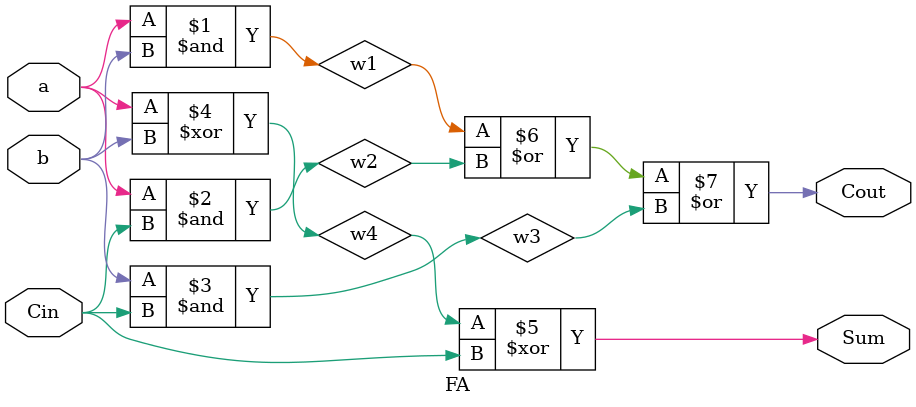
<source format=v>
module FA(
    input  a,
    input  b,
    input  Cin, 
    output Sum,
    output Cout);

    wire w1, w2, w3, w4;

    and (w1, a, b);
    and (w2, a, Cin);
    and (w3, b, Cin);

    xor (w4, a, b);
    xor (Sum, w4, Cin);

    or (Cout, w1, w2, w3);

endmodule
</source>
